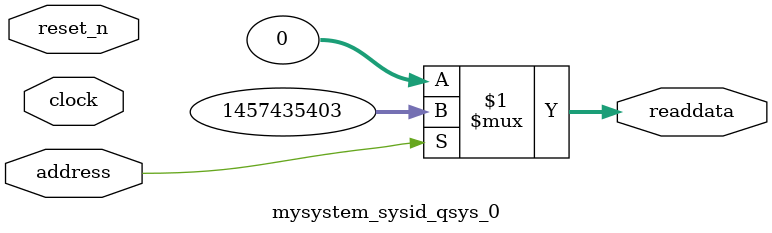
<source format=v>

`timescale 1ns / 1ps
// synthesis translate_on

// turn off superfluous verilog processor warnings 
// altera message_level Level1 
// altera message_off 10034 10035 10036 10037 10230 10240 10030 

module mysystem_sysid_qsys_0 (
               // inputs:
                address,
                clock,
                reset_n,

               // outputs:
                readdata
             )
;

  output  [ 31: 0] readdata;
  input            address;
  input            clock;
  input            reset_n;

  wire    [ 31: 0] readdata;
  //control_slave, which is an e_avalon_slave
  assign readdata = address ? 1457435403 : 0;

endmodule




</source>
